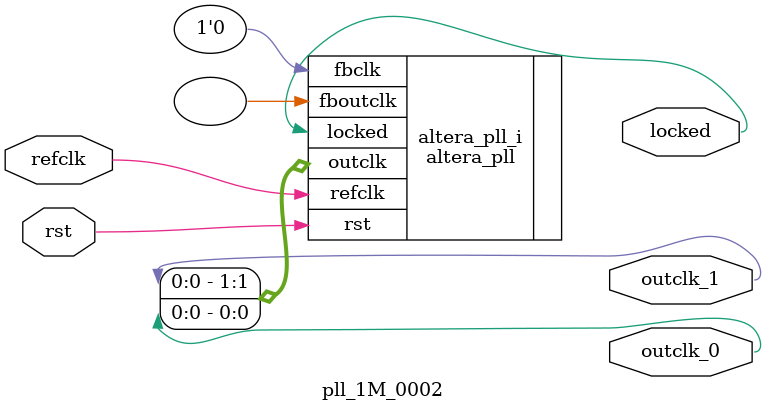
<source format=v>
`timescale 1ns/10ps
module  pll_1M_0002(

	// interface 'refclk'
	input wire refclk,

	// interface 'reset'
	input wire rst,

	// interface 'outclk0'
	output wire outclk_0,

	// interface 'outclk1'
	output wire outclk_1,

	// interface 'locked'
	output wire locked
);

	altera_pll #(
		.fractional_vco_multiplier("false"),
		.reference_clock_frequency("50.0 MHz"),
		.operation_mode("direct"),
		.number_of_clocks(2),
		.output_clock_frequency0("16.000000 MHz"),
		.phase_shift0("0 ps"),
		.duty_cycle0(50),
		.output_clock_frequency1("100.000000 MHz"),
		.phase_shift1("0 ps"),
		.duty_cycle1(50),
		.output_clock_frequency2("0 MHz"),
		.phase_shift2("0 ps"),
		.duty_cycle2(50),
		.output_clock_frequency3("0 MHz"),
		.phase_shift3("0 ps"),
		.duty_cycle3(50),
		.output_clock_frequency4("0 MHz"),
		.phase_shift4("0 ps"),
		.duty_cycle4(50),
		.output_clock_frequency5("0 MHz"),
		.phase_shift5("0 ps"),
		.duty_cycle5(50),
		.output_clock_frequency6("0 MHz"),
		.phase_shift6("0 ps"),
		.duty_cycle6(50),
		.output_clock_frequency7("0 MHz"),
		.phase_shift7("0 ps"),
		.duty_cycle7(50),
		.output_clock_frequency8("0 MHz"),
		.phase_shift8("0 ps"),
		.duty_cycle8(50),
		.output_clock_frequency9("0 MHz"),
		.phase_shift9("0 ps"),
		.duty_cycle9(50),
		.output_clock_frequency10("0 MHz"),
		.phase_shift10("0 ps"),
		.duty_cycle10(50),
		.output_clock_frequency11("0 MHz"),
		.phase_shift11("0 ps"),
		.duty_cycle11(50),
		.output_clock_frequency12("0 MHz"),
		.phase_shift12("0 ps"),
		.duty_cycle12(50),
		.output_clock_frequency13("0 MHz"),
		.phase_shift13("0 ps"),
		.duty_cycle13(50),
		.output_clock_frequency14("0 MHz"),
		.phase_shift14("0 ps"),
		.duty_cycle14(50),
		.output_clock_frequency15("0 MHz"),
		.phase_shift15("0 ps"),
		.duty_cycle15(50),
		.output_clock_frequency16("0 MHz"),
		.phase_shift16("0 ps"),
		.duty_cycle16(50),
		.output_clock_frequency17("0 MHz"),
		.phase_shift17("0 ps"),
		.duty_cycle17(50),
		.pll_type("General"),
		.pll_subtype("General")
	) altera_pll_i (
		.rst	(rst),
		.outclk	({outclk_1, outclk_0}),
		.locked	(locked),
		.fboutclk	( ),
		.fbclk	(1'b0),
		.refclk	(refclk)
	);
endmodule


</source>
